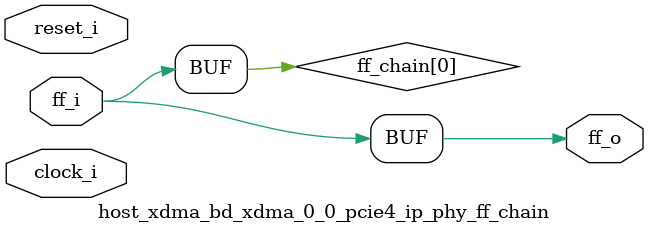
<source format=v>
/*****************************************************************************
** Description:
**    Flop Chain
**
******************************************************************************/

`timescale 1ps/1ps

`define AS_PHYREG(clk, reset, q, d, rstval)  \
   always @(posedge clk or posedge reset) begin \
      if (reset) \
         q  <= #(TCQ)   rstval;  \
      else  \
         q  <= #(TCQ)   d; \
   end

`define PHYREG(clk, reset, q, d, rstval)  \
   always @(posedge clk) begin \
      if (reset) \
         q  <= #(TCQ)   rstval;  \
      else  \
         q  <= #(TCQ)   d; \
   end

(* DowngradeIPIdentifiedWarnings = "yes" *)
module host_xdma_bd_xdma_0_0_pcie4_ip_phy_ff_chain #(
   // Parameters
   parameter integer PIPELINE_STAGES   = 0,        // 0 = no pipeline; 1 = 1 stage; 2 = 2 stages; 3 = 3 stages
   parameter         ASYNC             = "FALSE",
   parameter integer FF_WIDTH          = 1,
   parameter integer RST_VAL           = 0,
   parameter integer TCQ               = 1
)  (   
   input  wire                         clock_i,          
   input  wire                         reset_i,           
   input  wire [FF_WIDTH-1:0]          ff_i,            
   output wire [FF_WIDTH-1:0]          ff_o        
   );

   genvar   var_i;

   reg   [FF_WIDTH-1:0]          ff_chain [PIPELINE_STAGES:0];

   always @(*) ff_chain[0] = ff_i;

generate
   if (PIPELINE_STAGES > 0) begin:  with_ff_chain
      for (var_i = 0; var_i < PIPELINE_STAGES; var_i = var_i + 1) begin: ff_chain_gen
         if (ASYNC == "TRUE") begin: async_rst
            `AS_PHYREG(clock_i, reset_i, ff_chain[var_i+1], ff_chain[var_i], RST_VAL)
         end else begin: sync_rst
            `PHYREG(clock_i, reset_i, ff_chain[var_i+1], ff_chain[var_i], RST_VAL)
         end
      end
   end
endgenerate

   assign ff_o = ff_chain[PIPELINE_STAGES];

endmodule

</source>
